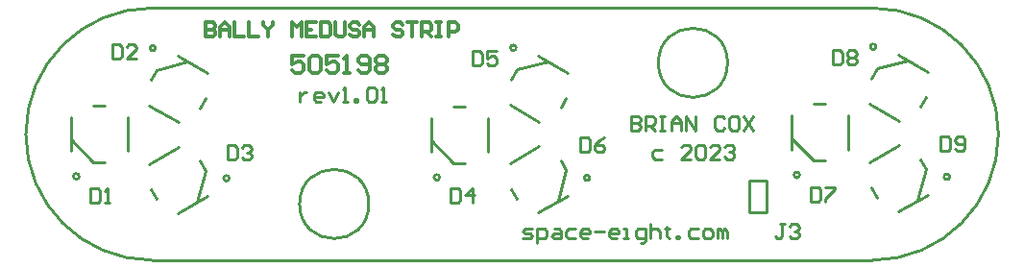
<source format=gto>
%FSLAX25Y25*%
%MOIN*%
G70*
G01*
G75*
G04 Layer_Color=65535*
%ADD10P,0.08352X4X75.0*%
%ADD11P,0.08352X4X195.0*%
%ADD12R,0.05906X0.05906*%
%ADD13R,0.05000X0.04000*%
%ADD14C,0.02500*%
%ADD15C,0.05000*%
%ADD16C,0.16500*%
%ADD17C,0.04000*%
%ADD18R,0.08000X0.05000*%
%ADD19R,0.12205X0.17716*%
%ADD20C,0.01000*%
%ADD21C,0.01200*%
D20*
X1190597Y983917D02*
G03*
X1190597Y983917I-984J0D01*
G01*
X1165025Y1029055D02*
G03*
X1165025Y1029055I-984J0D01*
G01*
X1138500Y984591D02*
G03*
X1138500Y984591I-984J0D01*
G01*
X940597Y983417D02*
G03*
X940597Y983417I-984J0D01*
G01*
X915025Y1028555D02*
G03*
X915025Y1028555I-984J0D01*
G01*
X888500Y984091D02*
G03*
X888500Y984091I-984J0D01*
G01*
X913750Y1042500D02*
G03*
X913750Y955000I0J-43750D01*
G01*
X1163750D02*
G03*
X1163750Y1042500I0J43750D01*
G01*
X1113500Y1023500D02*
G03*
X1113500Y1023500I-12000J0D01*
G01*
X989000Y974500D02*
G03*
X989000Y974500I-12000J0D01*
G01*
X1013610Y983736D02*
G03*
X1013610Y983736I-984J0D01*
G01*
X1040135Y1028701D02*
G03*
X1040135Y1028701I-984J0D01*
G01*
X1065707Y983563D02*
G03*
X1065707Y983563I-984J0D01*
G01*
X1180429Y989980D02*
X1182398Y986571D01*
X1163382Y980138D02*
X1165350Y976728D01*
X1172697Y971878D02*
X1182925Y977783D01*
X1162854Y988925D02*
X1173083Y994831D01*
X1179516Y975815D02*
X1182398Y986571D01*
X1163382Y1018071D02*
X1165350Y1021480D01*
X1180429Y1008228D02*
X1182398Y1011638D01*
X1172697Y1026331D02*
X1182925Y1020425D01*
X1162854Y1009283D02*
X1173083Y1003378D01*
X1165350Y1021480D02*
X1176106Y1024362D01*
X1143421Y989512D02*
X1147358D01*
X1143421Y1009197D02*
X1147358D01*
X1135547Y993449D02*
Y1005260D01*
X1155232Y993449D02*
Y1005260D01*
X1135547Y997386D02*
X1143421Y989512D01*
X930429Y989480D02*
X932398Y986071D01*
X913382Y979638D02*
X915350Y976228D01*
X922697Y971378D02*
X932925Y977283D01*
X912854Y988425D02*
X923083Y994331D01*
X929516Y975315D02*
X932398Y986071D01*
X913382Y1017571D02*
X915350Y1020980D01*
X930429Y1007728D02*
X932398Y1011138D01*
X922697Y1025831D02*
X932925Y1019925D01*
X912854Y1008783D02*
X923083Y1002878D01*
X915350Y1020980D02*
X926106Y1023862D01*
X893421Y989012D02*
X897358D01*
X893421Y1008697D02*
X897358D01*
X885547Y992949D02*
Y1004760D01*
X905232Y992949D02*
Y1004760D01*
X885547Y996886D02*
X893421Y989012D01*
X913750Y955000D02*
X1163750D01*
X913750Y1042500D02*
X1163750D01*
X1010658Y996531D02*
X1018532Y988657D01*
X1030342Y992595D02*
Y1004405D01*
X1010658Y992595D02*
Y1004405D01*
X1018532Y1008342D02*
X1022468D01*
X1018532Y988657D02*
X1022468D01*
X1040460Y1021126D02*
X1051217Y1024008D01*
X1037964Y1008929D02*
X1048193Y1003023D01*
X1047807Y1025977D02*
X1058036Y1020071D01*
X1055540Y1007874D02*
X1057508Y1011283D01*
X1038492Y1017717D02*
X1040460Y1021126D01*
X1054626Y975460D02*
X1057508Y986217D01*
X1037964Y988571D02*
X1048193Y994477D01*
X1047807Y971523D02*
X1058036Y977429D01*
X1038492Y979784D02*
X1040460Y976374D01*
X1055540Y989626D02*
X1057508Y986217D01*
X1121000Y971500D02*
X1127000D01*
X1121000D02*
Y982500D01*
X1127000D01*
Y971500D02*
Y982500D01*
X1187390Y997853D02*
Y992854D01*
X1189889D01*
X1190722Y993687D01*
Y997020D01*
X1189889Y997853D01*
X1187390D01*
X1192388Y993687D02*
X1193221Y992854D01*
X1194887D01*
X1195720Y993687D01*
Y997020D01*
X1194887Y997853D01*
X1193221D01*
X1192388Y997020D01*
Y996187D01*
X1193221Y995354D01*
X1195720D01*
X1149890Y1027853D02*
Y1022854D01*
X1152389D01*
X1153222Y1023687D01*
Y1027020D01*
X1152389Y1027853D01*
X1149890D01*
X1154888Y1027020D02*
X1155721Y1027853D01*
X1157387D01*
X1158220Y1027020D01*
Y1026186D01*
X1157387Y1025354D01*
X1158220Y1024520D01*
Y1023687D01*
X1157387Y1022854D01*
X1155721D01*
X1154888Y1023687D01*
Y1024520D01*
X1155721Y1025354D01*
X1154888Y1026186D01*
Y1027020D01*
X1155721Y1025354D02*
X1157387D01*
X1142390Y980353D02*
Y975354D01*
X1144889D01*
X1145722Y976187D01*
Y979520D01*
X1144889Y980353D01*
X1142390D01*
X1147388D02*
X1150721D01*
Y979520D01*
X1147388Y976187D01*
Y975354D01*
X939890Y994853D02*
Y989854D01*
X942389D01*
X943222Y990687D01*
Y994020D01*
X942389Y994853D01*
X939890D01*
X944888Y994020D02*
X945721Y994853D01*
X947387D01*
X948221Y994020D01*
Y993186D01*
X947387Y992354D01*
X946554D01*
X947387D01*
X948221Y991520D01*
Y990687D01*
X947387Y989854D01*
X945721D01*
X944888Y990687D01*
X899890Y1029853D02*
Y1024854D01*
X902389D01*
X903222Y1025687D01*
Y1029020D01*
X902389Y1029853D01*
X899890D01*
X908220Y1024854D02*
X904888D01*
X908220Y1028187D01*
Y1029020D01*
X907387Y1029853D01*
X905721D01*
X904888Y1029020D01*
X892390Y979853D02*
Y974854D01*
X894889D01*
X895722Y975687D01*
Y979020D01*
X894889Y979853D01*
X892390D01*
X897388Y974854D02*
X899054D01*
X898221D01*
Y979853D01*
X897388Y979020D01*
X1062500Y997498D02*
Y992500D01*
X1064999D01*
X1065832Y993333D01*
Y996665D01*
X1064999Y997498D01*
X1062500D01*
X1070831D02*
X1069164Y996665D01*
X1067498Y994999D01*
Y993333D01*
X1068331Y992500D01*
X1069998D01*
X1070831Y993333D01*
Y994166D01*
X1069998Y994999D01*
X1067498D01*
X1025000Y1027498D02*
Y1022500D01*
X1027499D01*
X1028332Y1023333D01*
Y1026665D01*
X1027499Y1027498D01*
X1025000D01*
X1033331D02*
X1029998D01*
Y1024999D01*
X1031664Y1025832D01*
X1032498D01*
X1033331Y1024999D01*
Y1023333D01*
X1032498Y1022500D01*
X1030831D01*
X1029998Y1023333D01*
X1017500Y979998D02*
Y975000D01*
X1019999D01*
X1020832Y975833D01*
Y979165D01*
X1019999Y979998D01*
X1017500D01*
X1024998Y975000D02*
Y979998D01*
X1022498Y977499D01*
X1025831D01*
X1133332Y967498D02*
X1131666D01*
X1132499D01*
Y963333D01*
X1131666Y962500D01*
X1130833D01*
X1130000Y963333D01*
X1134998Y966665D02*
X1135831Y967498D01*
X1137498D01*
X1138331Y966665D01*
Y965832D01*
X1137498Y964999D01*
X1136664D01*
X1137498D01*
X1138331Y964166D01*
Y963333D01*
X1137498Y962500D01*
X1135831D01*
X1134998Y963333D01*
X1090832Y993332D02*
X1088333D01*
X1087500Y992499D01*
Y990833D01*
X1088333Y990000D01*
X1090832D01*
X1100829D02*
X1097497D01*
X1100829Y993332D01*
Y994165D01*
X1099996Y994998D01*
X1098330D01*
X1097497Y994165D01*
X1102495D02*
X1103328Y994998D01*
X1104994D01*
X1105827Y994165D01*
Y990833D01*
X1104994Y990000D01*
X1103328D01*
X1102495Y990833D01*
Y994165D01*
X1110826Y990000D02*
X1107493D01*
X1110826Y993332D01*
Y994165D01*
X1109993Y994998D01*
X1108327D01*
X1107493Y994165D01*
X1112492D02*
X1113325Y994998D01*
X1114991D01*
X1115824Y994165D01*
Y993332D01*
X1114991Y992499D01*
X1114158D01*
X1114991D01*
X1115824Y991666D01*
Y990833D01*
X1114991Y990000D01*
X1113325D01*
X1112492Y990833D01*
X1080000Y1004998D02*
Y1000000D01*
X1082499D01*
X1083332Y1000833D01*
Y1001666D01*
X1082499Y1002499D01*
X1080000D01*
X1082499D01*
X1083332Y1003332D01*
Y1004165D01*
X1082499Y1004998D01*
X1080000D01*
X1084998Y1000000D02*
Y1004998D01*
X1087498D01*
X1088331Y1004165D01*
Y1002499D01*
X1087498Y1001666D01*
X1084998D01*
X1086664D02*
X1088331Y1000000D01*
X1089997Y1004998D02*
X1091663D01*
X1090830D01*
Y1000000D01*
X1089997D01*
X1091663D01*
X1094162D02*
Y1003332D01*
X1095828Y1004998D01*
X1097494Y1003332D01*
Y1000000D01*
Y1002499D01*
X1094162D01*
X1099160Y1000000D02*
Y1004998D01*
X1102493Y1000000D01*
Y1004998D01*
X1112490Y1004165D02*
X1111656Y1004998D01*
X1109990D01*
X1109157Y1004165D01*
Y1000833D01*
X1109990Y1000000D01*
X1111656D01*
X1112490Y1000833D01*
X1116655Y1004998D02*
X1114989D01*
X1114156Y1004165D01*
Y1000833D01*
X1114989Y1000000D01*
X1116655D01*
X1117488Y1000833D01*
Y1004165D01*
X1116655Y1004998D01*
X1119154D02*
X1122486Y1000000D01*
Y1004998D02*
X1119154Y1000000D01*
X965000Y1013332D02*
Y1010000D01*
Y1011666D01*
X965833Y1012499D01*
X966666Y1013332D01*
X967499D01*
X972498Y1010000D02*
X970831D01*
X969998Y1010833D01*
Y1012499D01*
X970831Y1013332D01*
X972498D01*
X973331Y1012499D01*
Y1011666D01*
X969998D01*
X974997Y1013332D02*
X976663Y1010000D01*
X978329Y1013332D01*
X979995Y1010000D02*
X981661D01*
X980828D01*
Y1014998D01*
X979995Y1014165D01*
X984161Y1010000D02*
Y1010833D01*
X984993D01*
Y1010000D01*
X984161D01*
X988326Y1014165D02*
X989159Y1014998D01*
X990825D01*
X991658Y1014165D01*
Y1010833D01*
X990825Y1010000D01*
X989159D01*
X988326Y1010833D01*
Y1014165D01*
X993324Y1010000D02*
X994990D01*
X994157D01*
Y1014998D01*
X993324Y1014165D01*
X1042500Y962500D02*
X1044999D01*
X1045832Y963333D01*
X1044999Y964166D01*
X1043333D01*
X1042500Y964999D01*
X1043333Y965832D01*
X1045832D01*
X1047498Y960834D02*
Y965832D01*
X1049998D01*
X1050831Y964999D01*
Y963333D01*
X1049998Y962500D01*
X1047498D01*
X1053330Y965832D02*
X1054996D01*
X1055829Y964999D01*
Y962500D01*
X1053330D01*
X1052497Y963333D01*
X1053330Y964166D01*
X1055829D01*
X1060827Y965832D02*
X1058328D01*
X1057495Y964999D01*
Y963333D01*
X1058328Y962500D01*
X1060827D01*
X1064993D02*
X1063327D01*
X1062494Y963333D01*
Y964999D01*
X1063327Y965832D01*
X1064993D01*
X1065826Y964999D01*
Y964166D01*
X1062494D01*
X1067492Y964999D02*
X1070824D01*
X1074990Y962500D02*
X1073323D01*
X1072490Y963333D01*
Y964999D01*
X1073323Y965832D01*
X1074990D01*
X1075823Y964999D01*
Y964166D01*
X1072490D01*
X1077489Y962500D02*
X1079155D01*
X1078322D01*
Y965832D01*
X1077489D01*
X1083320Y960834D02*
X1084153D01*
X1084986Y961667D01*
Y965832D01*
X1082487D01*
X1081654Y964999D01*
Y963333D01*
X1082487Y962500D01*
X1084986D01*
X1086652Y967498D02*
Y962500D01*
Y964999D01*
X1087485Y965832D01*
X1089151D01*
X1089985Y964999D01*
Y962500D01*
X1092484Y966665D02*
Y965832D01*
X1091651D01*
X1093317D01*
X1092484D01*
Y963333D01*
X1093317Y962500D01*
X1095816D02*
Y963333D01*
X1096649D01*
Y962500D01*
X1095816D01*
X1103314Y965832D02*
X1100814D01*
X1099981Y964999D01*
Y963333D01*
X1100814Y962500D01*
X1103314D01*
X1105813D02*
X1107479D01*
X1108312Y963333D01*
Y964999D01*
X1107479Y965832D01*
X1105813D01*
X1104980Y964999D01*
Y963333D01*
X1105813Y962500D01*
X1109978D02*
Y965832D01*
X1110811D01*
X1111644Y964999D01*
Y962500D01*
Y964999D01*
X1112477Y965832D01*
X1113310Y964999D01*
Y962500D01*
D21*
X966499Y1025998D02*
X962500D01*
Y1022999D01*
X964499Y1023999D01*
X965499D01*
X966499Y1022999D01*
Y1021000D01*
X965499Y1020000D01*
X963500D01*
X962500Y1021000D01*
X968498Y1024998D02*
X969498Y1025998D01*
X971497D01*
X972497Y1024998D01*
Y1021000D01*
X971497Y1020000D01*
X969498D01*
X968498Y1021000D01*
Y1024998D01*
X978495Y1025998D02*
X974496D01*
Y1022999D01*
X976495Y1023999D01*
X977495D01*
X978495Y1022999D01*
Y1021000D01*
X977495Y1020000D01*
X975496D01*
X974496Y1021000D01*
X980494Y1020000D02*
X982493D01*
X981494D01*
Y1025998D01*
X980494Y1024998D01*
X985493Y1021000D02*
X986492Y1020000D01*
X988492D01*
X989491Y1021000D01*
Y1024998D01*
X988492Y1025998D01*
X986492D01*
X985493Y1024998D01*
Y1023999D01*
X986492Y1022999D01*
X989491D01*
X991491Y1024998D02*
X992490Y1025998D01*
X994490D01*
X995489Y1024998D01*
Y1023999D01*
X994490Y1022999D01*
X995489Y1021999D01*
Y1021000D01*
X994490Y1020000D01*
X992490D01*
X991491Y1021000D01*
Y1021999D01*
X992490Y1022999D01*
X991491Y1023999D01*
Y1024998D01*
X992490Y1022999D02*
X994490D01*
X932500Y1037498D02*
Y1032500D01*
X934999D01*
X935832Y1033333D01*
Y1034166D01*
X934999Y1034999D01*
X932500D01*
X934999D01*
X935832Y1035832D01*
Y1036665D01*
X934999Y1037498D01*
X932500D01*
X937498Y1032500D02*
Y1035832D01*
X939165Y1037498D01*
X940831Y1035832D01*
Y1032500D01*
Y1034999D01*
X937498D01*
X942497Y1037498D02*
Y1032500D01*
X945829D01*
X947495Y1037498D02*
Y1032500D01*
X950827D01*
X952493Y1037498D02*
Y1036665D01*
X954160Y1034999D01*
X955826Y1036665D01*
Y1037498D01*
X954160Y1034999D02*
Y1032500D01*
X962490D02*
Y1037498D01*
X964156Y1035832D01*
X965823Y1037498D01*
Y1032500D01*
X970821Y1037498D02*
X967489D01*
Y1032500D01*
X970821D01*
X967489Y1034999D02*
X969155D01*
X972487Y1037498D02*
Y1032500D01*
X974986D01*
X975819Y1033333D01*
Y1036665D01*
X974986Y1037498D01*
X972487D01*
X977485D02*
Y1033333D01*
X978319Y1032500D01*
X979985D01*
X980818Y1033333D01*
Y1037498D01*
X985816Y1036665D02*
X984983Y1037498D01*
X983317D01*
X982484Y1036665D01*
Y1035832D01*
X983317Y1034999D01*
X984983D01*
X985816Y1034166D01*
Y1033333D01*
X984983Y1032500D01*
X983317D01*
X982484Y1033333D01*
X987482Y1032500D02*
Y1035832D01*
X989148Y1037498D01*
X990814Y1035832D01*
Y1032500D01*
Y1034999D01*
X987482D01*
X1000811Y1036665D02*
X999978Y1037498D01*
X998312D01*
X997479Y1036665D01*
Y1035832D01*
X998312Y1034999D01*
X999978D01*
X1000811Y1034166D01*
Y1033333D01*
X999978Y1032500D01*
X998312D01*
X997479Y1033333D01*
X1002477Y1037498D02*
X1005810D01*
X1004143D01*
Y1032500D01*
X1007476D02*
Y1037498D01*
X1009975D01*
X1010808Y1036665D01*
Y1034999D01*
X1009975Y1034166D01*
X1007476D01*
X1009142D02*
X1010808Y1032500D01*
X1012474Y1037498D02*
X1014140D01*
X1013307D01*
Y1032500D01*
X1012474D01*
X1014140D01*
X1016639D02*
Y1037498D01*
X1019139D01*
X1019972Y1036665D01*
Y1034999D01*
X1019139Y1034166D01*
X1016639D01*
M02*

</source>
